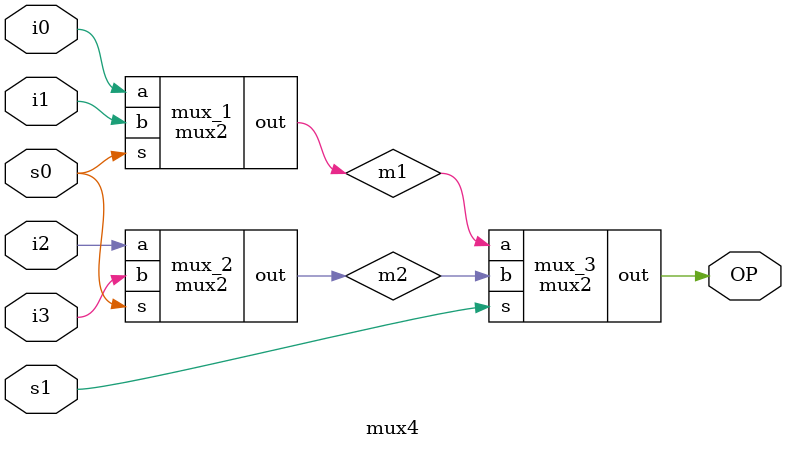
<source format=v>
module mux2(out,a,b,s);
input a,b,s;
output out;
wire a1,a2,sc;
not(sc,s);
and(a1,a,sc);
and(a2,b,s);
or(out,a1,a2);
endmodule
module mux4(OP,i0,i1,i2,i3,s1,s0);
input i0,i1,i2,i3,s1,s0;
output OP;
wire m1,m2;
mux2 mux_1(m1,i0,i1,s0);
mux2 mux_2(m2,i2,i3,s0);
mux2 mux_3(OP,m1,m2,s1);
endmodule
</source>
